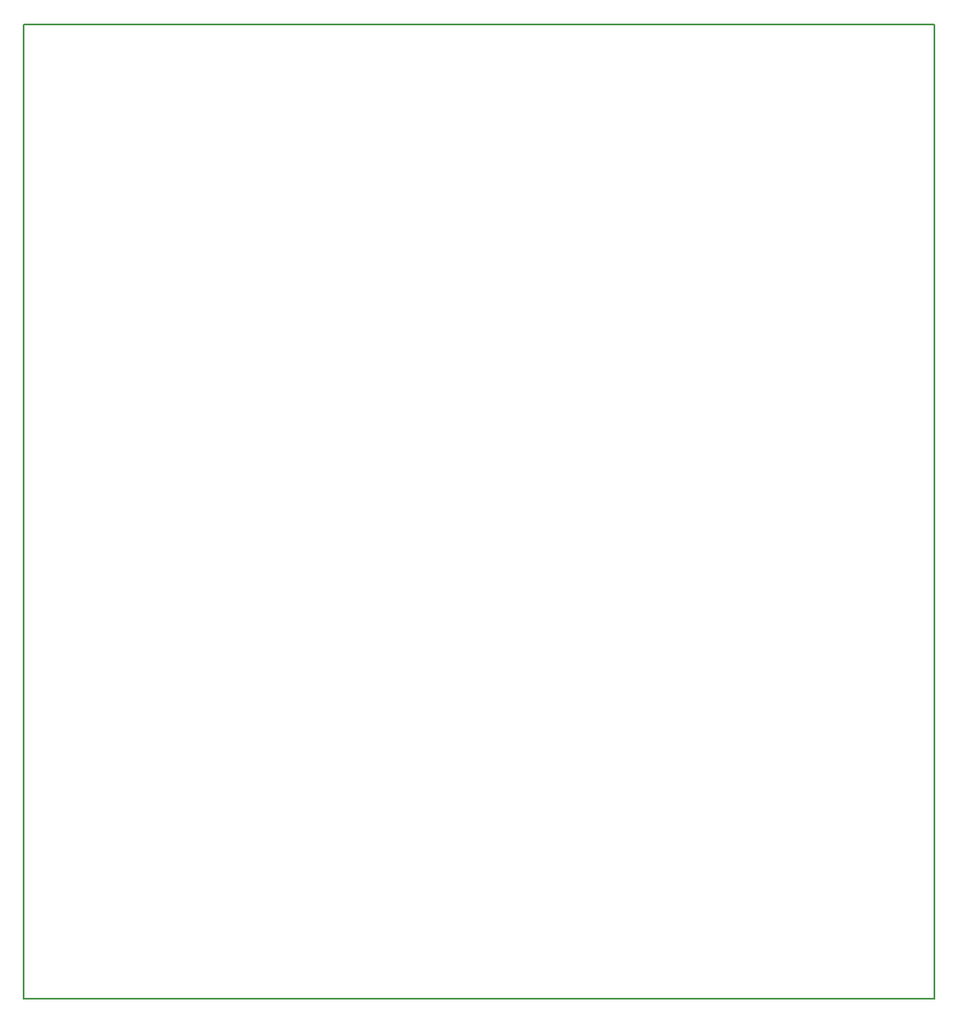
<source format=gbr>
G04 DipTrace 3.1.0.1*
G04 BoardOutline.gbr*
%MOIN*%
G04 #@! TF.FileFunction,Profile*
G04 #@! TF.Part,Single*
%ADD11C,0.006*%
%FSLAX26Y26*%
G04*
G70*
G90*
G75*
G01*
G04 BoardOutline*
%LPD*%
X3994000Y394000D2*
D11*
Y4244000D1*
X394000D1*
Y394000D1*
X3994000D1*
M02*

</source>
